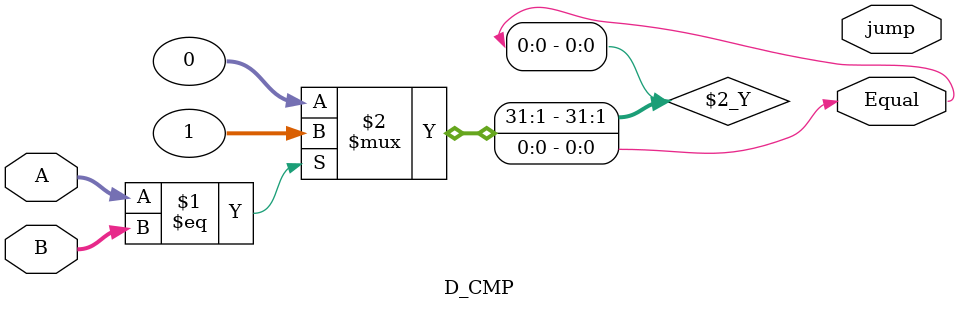
<source format=v>
`timescale 1ns / 1ps
`default_nettype none
module D_CMP(
    input wire [31:0] A,
    input wire [31:0] B,
    output wire Equal,
	 output wire jump
    );
	assign Equal = (A==B)? 1:0;
endmodule

</source>
